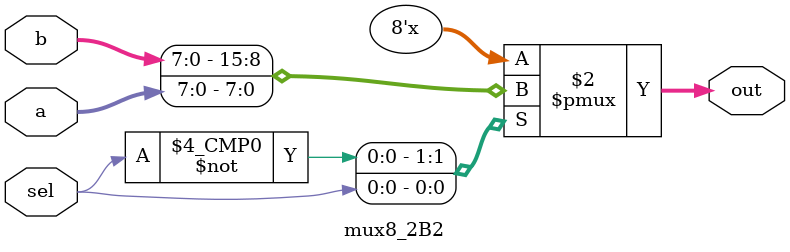
<source format=v>
/* Chen Grapel. Logic Design Course Exercise 1 (part A section B): 8-bit mux. Filename: SEC1_B.v */
`timescale 1ns / 100ps// result evaluated every 1nsec with 100psec resolution

// "..once with an if.."
module mux8_2B #(parameter WIDTH=8)(input [(WIDTH-1):0]a,b,input sel,output reg [(WIDTH-1):0]out);// module name and ports list
 
	always @(*)
		begin
			if(sel)// if select bit=1:out=a
				out=a;
			else// if select bit=0:out=b
				out=b;
		end

endmodule

// "..once with a case."
module mux8_2B2 #(parameter WIDTH=8)(input [(WIDTH-1):0]a,b,input sel,output reg [(WIDTH-1):0]out);// module name and ports list

	always @(*)
		begin
			case(sel)
				1'd0:// if select bit=0:out=b
					begin
						out=b;
					end
				1'd1:// if select bit=1:out=a
					begin
						out=a;
					end
			endcase// valid "sel" assumption (ommiting default case)
		end

endmodule

</source>
